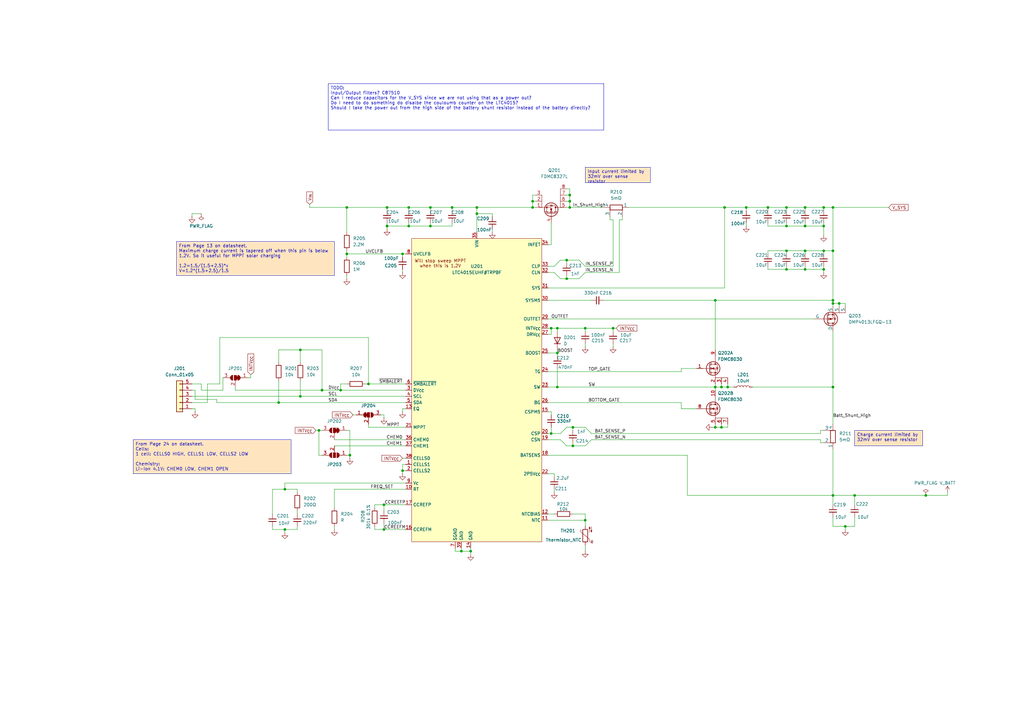
<source format=kicad_sch>
(kicad_sch (version 20250114) (generator "eeschema") (generator_version "9.0")
  (paper "A3")
  (text_box "TODO:\nInput/Output filters? C87510\nCan I reduce capacitors for the V_SYS since we are not using that as a power out?\nDo I need to do something do disalbe the couloumb counter on the LTC4015?\nShould I take the power out from the high side of the battery shunt resistor instead of the battery directly?\n" (at 134.62 34.29 0) (size 113.03 19.05) (margins 0.9525 0.9525 0.9525 0.9525) (effects (font (size 1.27 1.27)) (justify left top)))
  (text_box "From Page 13 on datasheet.\nMaximum charge current is tapered off when this pin is below 1.2V. So it useful for MPPT solar charging\n\n1.2=1.5/(1.5+2.5)*v\nV=1.2*(1.5+2.5)/1.5" (at 72.39 99.06 0) (size 64.77 13.97) (margins 0.9525 0.9525 0.9525 0.9525) (fill (type color) (color 255 229 191 1)) (effects (font (size 1.27 1.27)) (justify left top)))
  (text_box "Charge current limited by 32mV over sense resistor" (at 350.52 176.53 0) (size 27.94 6.35) (margins 0.9525 0.9525 0.9525 0.9525) (fill (type color) (color 255 229 191 1)) (effects (font (size 1.27 1.27)) (justify left top)))
  (text_box "From Page 24 on datasheet.\nCells:\n1 cell: CELLS0 HIGH, CELLS1 LOW, CELLS2 LOW\n\nChemistry:\nLi-ion 4.1V: CHEM0 LOW, CHEM1 OPEN\n" (at 54.61 180.34 0) (size 64.77 13.97) (margins 0.9525 0.9525 0.9525 0.9525) (fill (type color) (color 255 229 191 1)) (effects (font (size 1.27 1.27)) (justify left top)))
  (text_box "Input current limited by 32mV over sense resistor" (at 240.03 68.58 0) (size 26.67 6.35) (margins 0.9525 0.9525 0.9525 0.9525) (fill (type color) (color 255 229 191 1)) (effects (font (size 1.27 1.27)) (justify left top)))
  (junction (at 130.81 176.53))
  (junction (at 232.41 114.3))
  (junction (at 132.08 160.02))
  (junction (at 330.2 102.87))
  (junction (at 232.41 106.68))
  (junction (at 116.84 200.66))
  (junction (at 139.7 160.02))
  (junction (at 251.46 134.62))
  (junction (at 218.44 85.09))
  (junction (at 350.52 203.2))
  (junction (at 337.82 92.71))
  (junction (at 195.58 87.63))
  (junction (at 295.91 158.75))
  (junction (at 341.63 85.09))
  (junction (at 142.24 85.09))
  (junction (at 167.64 85.09))
  (junction (at 176.53 92.71))
  (junction (at 293.37 158.75))
  (junction (at 337.82 102.87))
  (junction (at 233.68 82.55))
  (junction (at 114.3 165.1))
  (junction (at 337.82 85.09))
  (junction (at 341.63 102.87))
  (junction (at 142.24 104.14))
  (junction (at 228.6 134.62))
  (junction (at 218.44 82.55))
  (junction (at 330.2 85.09))
  (junction (at 330.2 92.71))
  (junction (at 298.45 158.75))
  (junction (at 143.51 186.69))
  (junction (at 341.63 203.2))
  (junction (at 234.95 175.26))
  (junction (at 167.64 92.71))
  (junction (at 240.03 134.62))
  (junction (at 193.04 226.06))
  (junction (at 293.37 123.19))
  (junction (at 346.71 215.9))
  (junction (at 322.58 92.71))
  (junction (at 341.63 123.19))
  (junction (at 240.03 213.36))
  (junction (at 189.23 226.06))
  (junction (at 158.75 92.71))
  (junction (at 157.48 217.17))
  (junction (at 165.1 193.04))
  (junction (at 226.06 134.62))
  (junction (at 151.13 157.48))
  (junction (at 379.73 203.2))
  (junction (at 116.84 217.17))
  (junction (at 233.68 80.01))
  (junction (at 176.53 85.09))
  (junction (at 158.75 85.09))
  (junction (at 228.6 158.75))
  (junction (at 123.19 143.51))
  (junction (at 322.58 110.49))
  (junction (at 337.82 110.49))
  (junction (at 344.17 124.46))
  (junction (at 322.58 102.87))
  (junction (at 297.18 85.09))
  (junction (at 185.42 85.09))
  (junction (at 157.48 207.01))
  (junction (at 306.07 85.09))
  (junction (at 233.68 85.09))
  (junction (at 295.91 175.26))
  (junction (at 293.37 175.26))
  (junction (at 341.63 158.75))
  (junction (at 123.19 162.56))
  (junction (at 234.95 182.88))
  (junction (at 165.1 104.14))
  (junction (at 228.6 144.78))
  (junction (at 195.58 85.09))
  (junction (at 330.2 110.49))
  (junction (at 341.63 124.46))
  (junction (at 226.06 177.8))
  (junction (at 314.96 85.09))
  (junction (at 322.58 85.09))
  (wire (pts (xy 193.04 224.79) (xy 193.04 226.06)))
  (wire (pts (xy 350.52 215.9) (xy 346.71 215.9)))
  (wire (pts (xy 350.52 212.09) (xy 350.52 215.9)))
  (wire (pts (xy 240.03 210.82) (xy 240.03 213.36)))
  (wire (pts (xy 228.6 143.51) (xy 228.6 144.78)))
  (wire (pts (xy 228.6 144.78) (xy 228.6 146.05)))
  (wire (pts (xy 297.18 85.09) (xy 306.07 85.09)))
  (wire (pts (xy 240.03 134.62) (xy 251.46 134.62)))
  (wire (pts (xy 167.64 85.09) (xy 167.64 86.36)))
  (wire (pts (xy 293.37 143.51) (xy 293.37 123.19)))
  (wire (pts (xy 228.6 158.75) (xy 293.37 158.75)))
  (wire (pts (xy 157.48 217.17) (xy 166.37 217.17)))
  (wire (pts (xy 139.7 160.02) (xy 166.37 160.02)))
  (wire (pts (xy 82.55 160.02) (xy 82.55 157.48)))
  (wire (pts (xy 228.6 151.13) (xy 228.6 158.75)))
  (wire (pts (xy 240.03 109.22) (xy 237.49 106.68)))
  (wire (pts (xy 176.53 92.71) (xy 185.42 92.71)))
  (wire (pts (xy 88.9 165.1) (xy 88.9 163.83)))
  (wire (pts (xy 341.63 102.87) (xy 337.82 102.87)))
  (wire (pts (xy 116.84 198.12) (xy 166.37 198.12)))
  (wire (pts (xy 85.09 165.1) (xy 85.09 157.48)))
  (wire (pts (xy 295.91 173.99) (xy 295.91 175.26)))
  (wire (pts (xy 130.81 176.53) (xy 132.08 176.53)))
  (wire (pts (xy 308.61 158.75) (xy 341.63 158.75)))
  (wire (pts (xy 167.64 91.44) (xy 167.64 92.71)))
  (wire (pts (xy 234.95 182.88) (xy 240.03 182.88)))
  (wire (pts (xy 251.46 140.97) (xy 251.46 142.24)))
  (wire (pts (xy 279.4 151.13) (xy 279.4 152.4)))
  (wire (pts (xy 195.58 85.09) (xy 218.44 85.09)))
  (wire (pts (xy 142.24 157.48) (xy 139.7 157.48)))
  (wire (pts (xy 330.2 91.44) (xy 330.2 92.71)))
  (wire (pts (xy 116.84 217.17) (xy 121.92 217.17)))
  (wire (pts (xy 144.78 170.18) (xy 146.05 170.18)))
  (wire (pts (xy 157.48 217.17) (xy 153.67 217.17)))
  (wire (pts (xy 227.33 200.66) (xy 227.33 201.93)))
  (wire (pts (xy 143.51 186.69) (xy 142.24 186.69)))
  (wire (pts (xy 226.06 91.44) (xy 226.06 100.33)))
  (wire (pts (xy 142.24 104.14) (xy 165.1 104.14)))
  (wire (pts (xy 293.37 158.75) (xy 293.37 160.02)))
  (wire (pts (xy 189.23 226.06) (xy 193.04 226.06)))
  (wire (pts (xy 234.95 210.82) (xy 240.03 210.82)))
  (wire (pts (xy 232.41 106.68) (xy 237.49 106.68)))
  (wire (pts (xy 341.63 184.15) (xy 341.63 203.2)))
  (wire (pts (xy 218.44 80.01) (xy 218.44 82.55)))
  (wire (pts (xy 224.79 194.31) (xy 227.33 194.31)))
  (wire (pts (xy 102.87 154.94) (xy 102.87 153.67)))
  (wire (pts (xy 176.53 85.09) (xy 185.42 85.09)))
  (wire (pts (xy 330.2 109.22) (xy 330.2 110.49)))
  (wire (pts (xy 137.16 200.66) (xy 166.37 200.66)))
  (wire (pts (xy 232.41 175.26) (xy 234.95 175.26)))
  (wire (pts (xy 257.81 85.09) (xy 297.18 85.09)))
  (wire (pts (xy 224.79 186.69) (xy 281.94 186.69)))
  (wire (pts (xy 226.06 177.8) (xy 229.87 177.8)))
  (wire (pts (xy 111.76 210.82) (xy 111.76 200.66)))
  (wire (pts (xy 240.03 140.97) (xy 240.03 142.24)))
  (wire (pts (xy 337.82 102.87) (xy 330.2 102.87)))
  (wire (pts (xy 224.79 130.81) (xy 334.01 130.81)))
  (wire (pts (xy 142.24 85.09) (xy 142.24 95.25)))
  (wire (pts (xy 111.76 215.9) (xy 111.76 217.17)))
  (wire (pts (xy 306.07 85.09) (xy 306.07 86.36)))
  (wire (pts (xy 322.58 85.09) (xy 314.96 85.09)))
  (wire (pts (xy 123.19 156.21) (xy 123.19 162.56)))
  (wire (pts (xy 306.07 85.09) (xy 314.96 85.09)))
  (wire (pts (xy 350.52 207.01) (xy 350.52 203.2)))
  (wire (pts (xy 229.87 180.34) (xy 232.41 182.88)))
  (wire (pts (xy 254 90.17) (xy 254 111.76)))
  (wire (pts (xy 167.64 92.71) (xy 176.53 92.71)))
  (wire (pts (xy 226.06 134.62) (xy 228.6 134.62)))
  (wire (pts (xy 251.46 134.62) (xy 252.73 134.62)))
  (wire (pts (xy 344.17 124.46) (xy 341.63 124.46)))
  (wire (pts (xy 143.51 176.53) (xy 142.24 176.53)))
  (wire (pts (xy 341.63 85.09) (xy 364.49 85.09)))
  (wire (pts (xy 298.45 173.99) (xy 298.45 175.26)))
  (wire (pts (xy 295.91 157.48) (xy 295.91 158.75)))
  (wire (pts (xy 78.74 87.63) (xy 78.74 88.9)))
  (wire (pts (xy 88.9 165.1) (xy 114.3 165.1)))
  (wire (pts (xy 240.03 109.22) (xy 251.46 109.22)))
  (wire (pts (xy 298.45 158.75) (xy 300.99 158.75)))
  (wire (pts (xy 341.63 124.46) (xy 341.63 125.73)))
  (wire (pts (xy 224.79 177.8) (xy 226.06 177.8)))
  (wire (pts (xy 337.82 86.36) (xy 337.82 85.09)))
  (wire (pts (xy 137.16 180.34) (xy 166.37 180.34)))
  (wire (pts (xy 218.44 82.55) (xy 218.44 85.09)))
  (wire (pts (xy 201.93 93.98) (xy 201.93 95.25)))
  (wire (pts (xy 165.1 187.96) (xy 166.37 187.96)))
  (wire (pts (xy 254 90.17) (xy 255.27 90.17)))
  (wire (pts (xy 167.64 85.09) (xy 176.53 85.09)))
  (wire (pts (xy 344.17 124.46) (xy 346.71 124.46)))
  (wire (pts (xy 346.71 215.9) (xy 341.63 215.9)))
  (wire (pts (xy 232.41 82.55) (xy 233.68 82.55)))
  (wire (pts (xy 224.79 213.36) (xy 240.03 213.36)))
  (wire (pts (xy 240.03 182.88) (xy 242.57 180.34)))
  (wire (pts (xy 132.08 160.02) (xy 139.7 160.02)))
  (wire (pts (xy 341.63 123.19) (xy 341.63 124.46)))
  (wire (pts (xy 88.9 163.83) (xy 80.01 163.83)))
  (wire (pts (xy 242.57 177.8) (xy 336.55 177.8)))
  (wire (pts (xy 157.48 207.01) (xy 157.48 209.55)))
  (wire (pts (xy 233.68 77.47) (xy 233.68 80.01)))
  (wire (pts (xy 224.79 109.22) (xy 227.33 109.22)))
  (wire (pts (xy 165.1 105.41) (xy 165.1 104.14)))
  (wire (pts (xy 227.33 109.22) (xy 229.87 106.68)))
  (wire (pts (xy 193.04 226.06) (xy 193.04 227.33)))
  (wire (pts (xy 293.37 173.99) (xy 293.37 175.26)))
  (wire (pts (xy 232.41 77.47) (xy 233.68 77.47)))
  (wire (pts (xy 295.91 175.26) (xy 298.45 175.26)))
  (wire (pts (xy 226.06 168.91) (xy 226.06 170.18)))
  (wire (pts (xy 80.01 167.64) (xy 80.01 168.91)))
  (wire (pts (xy 330.2 85.09) (xy 322.58 85.09)))
  (wire (pts (xy 336.55 177.8) (xy 336.55 176.53)))
  (wire (pts (xy 232.41 85.09) (xy 233.68 85.09)))
  (wire (pts (xy 186.69 224.79) (xy 186.69 226.06)))
  (wire (pts (xy 232.41 182.88) (xy 234.95 182.88)))
  (wire (pts (xy 78.74 87.63) (xy 82.55 87.63)))
  (wire (pts (xy 295.91 158.75) (xy 298.45 158.75)))
  (wire (pts (xy 142.24 104.14) (xy 142.24 105.41)))
  (wire (pts (xy 116.84 200.66) (xy 121.92 200.66)))
  (wire (pts (xy 314.96 91.44) (xy 314.96 92.71)))
  (wire (pts (xy 341.63 207.01) (xy 341.63 203.2)))
  (wire (pts (xy 224.79 100.33) (xy 226.06 100.33)))
  (wire (pts (xy 129.54 176.53) (xy 130.81 176.53)))
  (wire (pts (xy 142.24 85.09) (xy 158.75 85.09)))
  (wire (pts (xy 293.37 175.26) (xy 295.91 175.26)))
  (wire (pts (xy 330.2 85.09) (xy 330.2 86.36)))
  (wire (pts (xy 314.96 102.87) (xy 314.96 104.14)))
  (wire (pts (xy 255.27 90.17) (xy 255.27 88.9)))
  (wire (pts (xy 346.71 215.9) (xy 346.71 217.17)))
  (wire (pts (xy 350.52 203.2) (xy 341.63 203.2)))
  (wire (pts (xy 143.51 186.69) (xy 143.51 187.96)))
  (wire (pts (xy 237.49 114.3) (xy 240.03 111.76)))
  (wire (pts (xy 101.6 154.94) (xy 102.87 154.94)))
  (wire (pts (xy 224.79 137.16) (xy 226.06 137.16)))
  (wire (pts (xy 132.08 143.51) (xy 132.08 160.02)))
  (wire (pts (xy 224.79 210.82) (xy 227.33 210.82)))
  (wire (pts (xy 189.23 224.79) (xy 189.23 226.06)))
  (wire (pts (xy 322.58 102.87) (xy 314.96 102.87)))
  (wire (pts (xy 247.65 123.19) (xy 293.37 123.19)))
  (wire (pts (xy 281.94 186.69) (xy 281.94 203.2)))
  (wire (pts (xy 78.74 165.1) (xy 85.09 165.1)))
  (wire (pts (xy 151.13 175.26) (xy 151.13 173.99)))
  (wire (pts (xy 251.46 135.89) (xy 251.46 134.62)))
  (wire (pts (xy 224.79 123.19) (xy 242.57 123.19)))
  (wire (pts (xy 116.84 217.17) (xy 116.84 218.44)))
  (wire (pts (xy 96.52 158.75) (xy 96.52 160.02)))
  (wire (pts (xy 233.68 85.09) (xy 247.65 85.09)))
  (wire (pts (xy 298.45 157.48) (xy 298.45 158.75)))
  (wire (pts (xy 186.69 226.06) (xy 189.23 226.06)))
  (wire (pts (xy 379.73 203.2) (xy 388.62 203.2)))
  (wire (pts (xy 292.1 175.26) (xy 293.37 175.26)))
  (wire (pts (xy 157.48 207.01) (xy 153.67 207.01)))
  (wire (pts (xy 336.55 180.34) (xy 336.55 181.61)))
  (wire (pts (xy 227.33 194.31) (xy 227.33 195.58)))
  (wire (pts (xy 314.96 92.71) (xy 322.58 92.71)))
  (wire (pts (xy 153.67 207.01) (xy 153.67 208.28)))
  (wire (pts (xy 90.17 138.43) (xy 151.13 138.43)))
  (wire (pts (xy 250.19 90.17) (xy 250.19 88.9)))
  (wire (pts (xy 111.76 217.17) (xy 116.84 217.17)))
  (wire (pts (xy 224.79 165.1) (xy 279.4 165.1)))
  (wire (pts (xy 240.03 223.52) (xy 240.03 226.06)))
  (wire (pts (xy 341.63 158.75) (xy 341.63 173.99)))
  (wire (pts (xy 166.37 167.64) (xy 165.1 167.64)))
  (wire (pts (xy 229.87 177.8) (xy 232.41 175.26)))
  (wire (pts (xy 346.71 125.73) (xy 346.71 124.46)))
  (wire (pts (xy 341.63 212.09) (xy 341.63 215.9)))
  (wire (pts (xy 127 85.09) (xy 142.24 85.09)))
  (wire (pts (xy 158.75 91.44) (xy 158.75 92.71)))
  (wire (pts (xy 254 111.76) (xy 240.03 111.76)))
  (wire (pts (xy 224.79 168.91) (xy 226.06 168.91)))
  (wire (pts (xy 281.94 203.2) (xy 341.63 203.2)))
  (wire (pts (xy 80.01 160.02) (xy 78.74 160.02)))
  (wire (pts (xy 228.6 144.78) (xy 224.79 144.78)))
  (wire (pts (xy 234.95 181.61) (xy 234.95 182.88)))
  (wire (pts (xy 229.87 106.68) (xy 232.41 106.68)))
  (wire (pts (xy 337.82 91.44) (xy 337.82 92.71)))
  (wire (pts (xy 123.19 143.51) (xy 132.08 143.51)))
  (wire (pts (xy 121.92 215.9) (xy 121.92 217.17)))
  (wire (pts (xy 139.7 157.48) (xy 139.7 160.02)))
  (wire (pts (xy 314.96 109.22) (xy 314.96 110.49)))
  (wire (pts (xy 234.95 175.26) (xy 234.95 176.53)))
  (wire (pts (xy 157.48 214.63) (xy 157.48 217.17)))
  (wire (pts (xy 166.37 175.26) (xy 151.13 175.26)))
  (wire (pts (xy 224.79 180.34) (xy 229.87 180.34)))
  (wire (pts (xy 330.2 110.49) (xy 337.82 110.49)))
  (wire (pts (xy 157.48 207.01) (xy 166.37 207.01)))
  (wire (pts (xy 219.71 80.01) (xy 218.44 80.01)))
  (wire (pts (xy 388.62 203.2) (xy 388.62 201.93)))
  (wire (pts (xy 142.24 113.03) (xy 142.24 114.3)))
  (wire (pts (xy 165.1 190.5) (xy 165.1 193.04)))
  (wire (pts (xy 137.16 182.88) (xy 166.37 182.88)))
  (wire (pts (xy 195.58 85.09) (xy 195.58 87.63)))
  (wire (pts (xy 165.1 167.64) (xy 165.1 168.91)))
  (wire (pts (xy 176.53 85.09) (xy 176.53 86.36)))
  (wire (pts (xy 224.79 134.62) (xy 226.06 134.62)))
  (wire (pts (xy 293.37 157.48) (xy 293.37 158.75)))
  (wire (pts (xy 314.96 110.49) (xy 322.58 110.49)))
  (wire (pts (xy 158.75 92.71) (xy 167.64 92.71)))
  (wire (pts (xy 123.19 162.56) (xy 166.37 162.56)))
  (wire (pts (xy 341.63 85.09) (xy 341.63 102.87)))
  (wire (pts (xy 341.63 102.87) (xy 341.63 123.19)))
  (wire (pts (xy 149.86 157.48) (xy 151.13 157.48)))
  (wire (pts (xy 330.2 92.71) (xy 337.82 92.71)))
  (wire (pts (xy 78.74 162.56) (xy 123.19 162.56)))
  (wire (pts (xy 114.3 143.51) (xy 123.19 143.51)))
  (wire (pts (xy 114.3 156.21) (xy 114.3 165.1)))
  (wire (pts (xy 137.16 200.66) (xy 137.16 208.28)))
  (wire (pts (xy 157.48 170.18) (xy 157.48 171.45)))
  (wire (pts (xy 158.75 86.36) (xy 158.75 85.09)))
  (wire (pts (xy 226.06 137.16) (xy 226.06 134.62)))
  (wire (pts (xy 121.92 209.55) (xy 121.92 210.82)))
  (wire (pts (xy 322.58 91.44) (xy 322.58 92.71)))
  (wire (pts (xy 82.55 157.48) (xy 78.74 157.48)))
  (wire (pts (xy 165.1 110.49) (xy 165.1 111.76)))
  (wire (pts (xy 233.68 80.01) (xy 233.68 82.55)))
  (wire (pts (xy 336.55 176.53) (xy 337.82 176.53)))
  (wire (pts (xy 330.2 102.87) (xy 330.2 104.14)))
  (wire (pts (xy 185.42 85.09) (xy 185.42 86.36)))
  (wire (pts (xy 123.19 143.51) (xy 123.19 148.59)))
  (wire (pts (xy 201.93 87.63) (xy 195.58 87.63)))
  (wire (pts (xy 337.82 109.22) (xy 337.82 110.49)))
  (wire (pts (xy 314.96 85.09) (xy 314.96 86.36)))
  (wire (pts (xy 233.68 82.55) (xy 233.68 85.09)))
  (wire (pts (xy 232.41 106.68) (xy 232.41 107.95)))
  (wire (pts (xy 153.67 217.17) (xy 153.67 215.9)))
  (wire (pts (xy 337.82 85.09) (xy 341.63 85.09)))
  (wire (pts (xy 218.44 82.55) (xy 219.71 82.55)))
  (wire (pts (xy 322.58 85.09) (xy 322.58 86.36)))
  (wire (pts (xy 234.95 175.26) (xy 240.03 175.26)))
  (wire (pts (xy 251.46 90.17) (xy 251.46 109.22)))
  (wire (pts (xy 151.13 138.43) (xy 151.13 157.48)))
  (wire (pts (xy 322.58 110.49) (xy 330.2 110.49)))
  (wire (pts (xy 224.79 118.11) (xy 297.18 118.11)))
  (wire (pts (xy 337.82 104.14) (xy 337.82 102.87)))
  (wire (pts (xy 242.57 180.34) (xy 336.55 180.34)))
  (wire (pts (xy 232.41 113.03) (xy 232.41 114.3)))
  (wire (pts (xy 228.6 134.62) (xy 228.6 135.89)))
  (wire (pts (xy 229.87 114.3) (xy 227.33 111.76)))
  (wire (pts (xy 322.58 102.87) (xy 322.58 104.14)))
  (wire (pts (xy 224.79 158.75) (xy 228.6 158.75)))
  (wire (pts (xy 293.37 158.75) (xy 295.91 158.75)))
  (wire (pts (xy 82.55 160.02) (xy 91.44 160.02)))
  (wire (pts (xy 237.49 114.3) (xy 232.41 114.3)))
  (wire (pts (xy 337.82 92.71) (xy 337.82 96.52)))
  (wire (pts (xy 78.74 167.64) (xy 80.01 167.64)))
  (wire (pts (xy 91.44 154.94) (xy 91.44 160.02)))
  (wire (pts (xy 279.4 165.1) (xy 279.4 167.64)))
  (wire (pts (xy 228.6 134.62) (xy 240.03 134.62)))
  (wire (pts (xy 185.42 91.44) (xy 185.42 92.71)))
  (wire (pts (xy 330.2 102.87) (xy 322.58 102.87)))
  (wire (pts (xy 195.58 87.63) (xy 195.58 95.25)))
  (wire (pts (xy 96.52 160.02) (xy 132.08 160.02)))
  (wire (pts (xy 116.84 198.12) (xy 116.84 200.66)))
  (wire (pts (xy 142.24 102.87) (xy 142.24 104.14)))
  (wire (pts (xy 293.37 123.19) (xy 341.63 123.19)))
  (wire (pts (xy 232.41 80.01) (xy 233.68 80.01)))
  (wire (pts (xy 111.76 200.66) (xy 116.84 200.66)))
  (wire (pts (xy 158.75 92.71) (xy 158.75 93.98)))
  (wire (pts (xy 251.46 90.17) (xy 250.19 90.17)))
  (wire (pts (xy 240.03 134.62) (xy 240.03 135.89)))
  (wire (pts (xy 114.3 143.51) (xy 114.3 148.59)))
  (wire (pts (xy 185.42 85.09) (xy 195.58 85.09)))
  (wire (pts (xy 143.51 176.53) (xy 143.51 186.69)))
  (wire (pts (xy 158.75 85.09) (xy 167.64 85.09)))
  (wire (pts (xy 336.55 181.61) (xy 337.82 181.61)))
  (wire (pts (xy 226.06 175.26) (xy 226.06 177.8)))
  (wire (pts (xy 156.21 170.18) (xy 157.48 170.18)))
  (wire (pts (xy 114.3 165.1) (xy 166.37 165.1)))
  (wire (pts (xy 201.93 87.63) (xy 201.93 88.9)))
  (wire (pts (xy 127 83.82) (xy 127 85.09)))
  (wire (pts (xy 85.09 157.48) (xy 90.17 157.48)))
  (wire (pts (xy 240.03 215.9) (xy 240.03 213.36)))
  (wire (pts (xy 322.58 92.71) (xy 330.2 92.71)))
  (wire (pts (xy 344.17 125.73) (xy 344.17 124.46)))
  (wire (pts (xy 337.82 85.09) (xy 330.2 85.09)))
  (wire (pts (xy 137.16 215.9) (xy 137.16 217.17)))
  (wire (pts (xy 121.92 200.66) (xy 121.92 201.93)))
  (wire (pts (xy 165.1 193.04) (xy 166.37 193.04)))
  (wire (pts (xy 306.07 91.44) (xy 306.07 92.71)))
  (wire (pts (xy 297.18 85.09) (xy 297.18 118.11)))
  (wire (pts (xy 279.4 151.13) (xy 285.75 151.13)))
  (wire (pts (xy 337.82 110.49) (xy 337.82 111.76)))
  (wire (pts (xy 176.53 91.44) (xy 176.53 92.71)))
  (wire (pts (xy 165.1 104.14) (xy 166.37 104.14)))
  (wire (pts (xy 165.1 193.04) (xy 165.1 194.31)))
  (wire (pts (xy 322.58 109.22) (xy 322.58 110.49)))
  (wire (pts (xy 218.44 85.09) (xy 219.71 85.09)))
  (wire (pts (xy 80.01 163.83) (xy 80.01 160.02)))
  (wire (pts (xy 224.79 152.4) (xy 279.4 152.4)))
  (wire (pts (xy 90.17 157.48) (xy 90.17 138.43)))
  (wire (pts (xy 151.13 157.48) (xy 166.37 157.48)))
  (wire (pts (xy 130.81 176.53) (xy 130.81 186.69)))
  (wire (pts (xy 379.73 203.2) (xy 350.52 203.2)))
  (wire (pts (xy 232.41 114.3) (xy 229.87 114.3)))
  (wire (pts (xy 279.4 167.64) (xy 285.75 167.64)))
  (wire (pts (xy 242.57 177.8) (xy 240.03 175.26)))
  (wire (pts (xy 341.63 135.89) (xy 341.63 158.75)))
  (wire (pts (xy 165.1 190.5) (xy 166.37 190.5)))
  (wire (pts (xy 224.79 111.76) (xy 227.33 111.76)))
  (wire (pts (xy 132.08 186.69) (xy 130.81 186.69)))
  (label "CHEM0" (at 165.1 180.34 180))
  (label "BAT_SENSE_N" (at 243.84 180.34 0))
  (label "CCREEFP" (at 166.37 207.01 180))
  (label "UVCLFB" (at 149.86 104.14 0))
  (label "DV_{CC}" (at 134.62 160.02 0))
  (label "BOTTOM_GATE" (at 241.3 165.1 0))
  (label "BAT_SENSE_P" (at 243.84 177.8 0))
  (label "OUTFET" (at 226.06 130.81 0))
  (label "~{SMBALERT}" (at 165.1 157.48 180))
  (label "SDA" (at 134.62 165.1 0))
  (label "FREQ_SET" (at 161.29 200.66 180))
  (label "MPPT" (at 163.83 175.26 180))
  (label "CCREEFM" (at 166.37 217.17 180))
  (label "Batt_Shunt_High" (at 341.63 171.45 0))
  (label "CHEM1" (at 165.1 182.88 180))
  (label "BOOST" (at 228.6 144.78 0))
  (label "IN_SENSE_N" (at 240.03 111.76 0))
  (label "SW" (at 241.3 158.75 0))
  (label "IN_SENSE_P" (at 240.03 109.22 0))
  (label "TOP_GATE" (at 241.3 152.4 0))
  (label "SCL" (at 134.62 162.56 0))
  (label "In_Shunt_High" (at 234.95 85.09 0))
  (global_label "INTV_{CC}" (shape input) (at 252.73 134.62 0) (property "Intersheetrefs" "${INTERSHEET_REFS}" (effects (hide yes))))
  (global_label "V_{IN}" (shape input) (at 127 83.82 90) (property "Intersheetrefs" "${INTERSHEET_REFS}" (effects (hide yes))))
  (global_label "INTV_{CC}" (shape input) (at 129.54 176.53 180) (property "Intersheetrefs" "${INTERSHEET_REFS}" (effects (hide yes))))
  (global_label "V_SYS" (shape input) (at 364.49 85.09 0) (property "Intersheetrefs" "${INTERSHEET_REFS}" (effects (hide yes))))
  (global_label "INTV_{CC}" (shape input) (at 144.78 170.18 180) (property "Intersheetrefs" "${INTERSHEET_REFS}" (effects (hide yes))))
  (global_label "INTV_{CC}" (shape input) (at 102.87 153.67 90) (property "Intersheetrefs" "${INTERSHEET_REFS}" (effects (hide yes))))
  (global_label "INTV_{CC}" (shape input) (at 165.1 187.96 180) (property "Intersheetrefs" "${INTERSHEET_REFS}" (effects (hide yes))))
  (symbol (lib_id "Device:R") (at 121.92 205.74 180) (unit 1)
    (property "Reference" "R202" (at 124.46 204.4699 0) (effects (justify right)))
    (property "Value" "200Ω" (at 124.46 207.0099 0) (effects (justify right)))
    (property "Footprint" "Resistor_SMD:R_0603_1608Metric" (effects (hide yes)))
    (property "Description" "Resistor" (effects (hide yes)))
    (property "LCSC Part" "C8218" (effects (hide yes)))
  )
  (symbol (lib_id "power:GND") (at 143.51 187.96 0) (unit 1)
    (property "Reference" "#PWR01506" (effects (hide yes)))
    (property "Value" "GND" (effects (hide yes)))
    (property "Description" "Power symbol creates a global label with name \"GND\" , ground" (effects (hide yes)))
  )
  (symbol (lib_id "power:GND") (at 158.75 93.98 0) (unit 1)
    (property "Reference" "#PWR01508" (effects (hide yes)))
    (property "Value" "GND" (effects (hide yes)))
    (property "Description" "Power symbol creates a global label with name \"GND\" , ground" (effects (hide yes)))
  )
  (symbol (lib_id "Jumper:SolderJumper_3_Bridged12") (at 96.52 154.94 0) (mirror y) (unit 1) (in_bom no)
    (property "Reference" "JP201" (at 96.52 151.13 0))
    (property "Value" "SolderJumper_3_Bridged12" (effects (hide yes)))
    (property "Footprint" "cacophony-library:SolderJumper-3_P1.3mm_Bridged12_RoundedPad1.0x1.5mm" (effects (hide yes)))
    (property "Description" "3-pole Solder Jumper, pins 1+2 closed/bridged" (effects (hide yes)))
  )
  (symbol (lib_id "Device:C_Small") (at 232.41 110.49 0) (unit 1)
    (property "Reference" "C213" (at 235.966 108.966 0))
    (property "Value" "1nF" (at 235.966 112.268 0))
    (property "Footprint" "Capacitor_SMD:C_0402_1005Metric" (effects (hide yes)))
    (property "Description" "Unpolarized capacitor, small symbol" (effects (hide yes)))
    (property "LCSC Part" "C1523" (effects (hide yes)))
  )
  (symbol (lib_id "Jumper:SolderJumper_3_Bridged12") (at 151.13 170.18 0) (unit 1) (in_bom no)
    (property "Reference" "JP204" (at 151.13 166.37 0))
    (property "Value" "SolderJumper_3_Bridged12" (effects (hide yes)))
    (property "Footprint" "cacophony-library:SolderJumper-3_P1.3mm_Bridged12_RoundedPad1.0x1.5mm" (effects (hide yes)))
    (property "Description" "3-pole Solder Jumper, pins 1+2 closed/bridged" (effects (hide yes)))
  )
  (symbol (lib_id "Device:R") (at 153.67 212.09 180) (unit 1)
    (property "Reference" "R208" (at 148.844 214.376 90) (effects (justify right)))
    (property "Value" "301k 0.1%" (at 151.13 217.17 90) (effects (justify right)))
    (property "Footprint" "Resistor_SMD:R_0603_1608Metric" (effects (hide yes)))
    (property "Description" "Resistor" (effects (hide yes)))
    (property "LCSC Part" "C861309" (effects (hide yes)))
  )
  (symbol (lib_id "power:GND") (at 337.82 96.52 0) (unit 1)
    (property "Reference" "#PWR01521" (effects (hide yes)))
    (property "Value" "GND" (effects (hide yes)))
    (property "Description" "Power symbol creates a global label with name \"GND\" , ground" (effects (hide yes)))
  )
  (symbol (lib_id "Device:C_Small") (at 234.95 179.07 180) (unit 1)
    (property "Reference" "C214" (at 238.76 180.848 0))
    (property "Value" "1nF" (at 238.506 177.038 0))
    (property "Footprint" "Capacitor_SMD:C_0402_1005Metric" (effects (hide yes)))
    (property "Description" "Unpolarized capacitor, small symbol" (effects (hide yes)))
    (property "LCSC Part" "C1523" (effects (hide yes)))
  )
  (symbol (lib_id "cacophony-library:V_BATT") (at 388.62 201.93 0) (unit 1)
    (property "Reference" "#PWR01524" (effects (hide yes)))
    (property "Value" "V_BATT" (at 388.62 198.12 0))
    (property "Description" "Power symbol creates a global label with name \"+1V0\"" (effects (hide yes)))
  )
  (symbol (lib_id "power:GND") (at 78.74 88.9 0) (unit 1)
    (property "Reference" "#PWR01503" (effects (hide yes)))
    (property "Value" "GND" (effects (hide yes)))
    (property "Description" "Power symbol creates a global label with name \"GND\" , ground" (effects (hide yes)))
  )
  (symbol (lib_id "power:GND") (at 157.48 171.45 0) (unit 1)
    (property "Reference" "#PWR01507" (effects (hide yes)))
    (property "Value" "GND" (effects (hide yes)))
    (property "Description" "Power symbol creates a global label with name \"GND\" , ground" (effects (hide yes)))
  )
  (symbol (lib_id "power:GND") (at 137.16 217.17 0) (unit 1)
    (property "Reference" "#PWR01504" (effects (hide yes)))
    (property "Value" "GND" (effects (hide yes)))
    (property "Description" "Power symbol creates a global label with name \"GND\" , ground" (effects (hide yes)))
  )
  (symbol (lib_id "Device:R_Shunt") (at 252.73 85.09 270) (unit 1)
    (property "Reference" "R210" (at 252.73 78.74 90))
    (property "Value" "5mΩ" (at 252.73 81.28 90))
    (property "Footprint" "cacophony-library:R_1206_Shunt" (effects (hide yes)))
    (property "Description" "Shunt resistor" (effects (hide yes)))
    (property "LCSC Part" "C2903498" (effects (hide yes)))
  )
  (symbol (lib_id "Device:C_Small") (at 167.64 88.9 180) (unit 1)
    (property "Reference" "C206" (at 169.926 87.122 0))
    (property "Value" "10uF" (at 170.434 90.678 0))
    (property "Footprint" "Capacitor_SMD:C_1206_3216Metric" (effects (hide yes)))
    (property "Description" "Unpolarized capacitor, small symbol" (effects (hide yes)))
    (property "LCSC Part" "C13585" (effects (hide yes)))
  )
  (symbol (lib_id "Device:Thermistor_NTC") (at 240.03 219.71 180) (unit 1)
    (property "Reference" "TH201" (at 229.87 217.678 0) (effects (justify right)))
    (property "Value" "Thermistor_NTC" (at 223.774 221.488 0) (effects (justify right)))
    (property "Footprint" "cacophony-library:0603_NTC_CUTOUT" (effects (hide yes)))
    (property "Description" "Temperature dependent resistor, negative temperature coefficient" (effects (hide yes)))
    (property "LCSC Part" "C13564" (effects (hide yes)))
  )
  (symbol (lib_id "power:GND") (at 292.1 175.26 270) (unit 1)
    (property "Reference" "#PWR01518" (effects (hide yes)))
    (property "Value" "GND" (effects (hide yes)))
    (property "Description" "Power symbol creates a global label with name \"GND\" , ground" (effects (hide yes)))
  )
  (symbol (lib_id "Device:C_Small") (at 245.11 123.19 90) (unit 1)
    (property "Reference" "C216" (at 248.412 120.142 90))
    (property "Value" "330nF" (at 242.57 120.142 90))
    (property "Footprint" "Capacitor_SMD:C_0603_1608Metric" (effects (hide yes)))
    (property "Description" "Unpolarized capacitor, small symbol" (effects (hide yes)))
    (property "LCSC Part" "C1615" (effects (hide yes)))
  )
  (symbol (lib_id "Device:C_Small") (at 165.1 107.95 180) (unit 1)
    (property "Reference" "C205" (at 160.274 108.966 0))
    (property "Value" "100pF" (at 160.528 105.918 0))
    (property "Footprint" "Capacitor_SMD:C_0603_1608Metric" (effects (hide yes)))
    (property "Description" "Unpolarized capacitor, small symbol" (effects (hide yes)))
    (property "LCSC Part" "C14858" (effects (hide yes)))
  )
  (symbol (lib_id "Device:C_Small") (at 322.58 88.9 180) (unit 1)
    (property "Reference" "C223" (at 320.04 86.868 0))
    (property "Value" "10uF" (at 320.04 90.932 0))
    (property "Footprint" "Capacitor_SMD:C_1206_3216Metric" (effects (hide yes)))
    (property "Description" "Unpolarized capacitor, small symbol" (effects (hide yes)))
    (property "LCSC Part" "C13585" (effects (hide yes)))
  )
  (symbol (lib_id "power:GND") (at 80.01 168.91 0) (unit 1)
    (property "Reference" "#PWR01501" (effects (hide yes)))
    (property "Value" "GND" (effects (hide yes)))
    (property "Description" "Power symbol creates a global label with name \"GND\" , ground" (effects (hide yes)))
  )
  (symbol (lib_id "Device:C_Small") (at 322.58 106.68 180) (unit 1)
    (property "Reference" "C224" (at 320.04 104.648 0))
    (property "Value" "10uF" (at 320.04 108.712 0))
    (property "Footprint" "Capacitor_SMD:C_1206_3216Metric" (effects (hide yes)))
    (property "Description" "Unpolarized capacitor, small symbol" (effects (hide yes)))
    (property "LCSC Part" "C13585" (effects (hide yes)))
  )
  (symbol (lib_id "power:PWR_FLAG") (at 379.73 203.2 0) (unit 1)
    (property "Reference" "#FLG01502" (effects (hide yes)))
    (property "Value" "PWR_FLAG" (at 379.73 198.12 0))
    (property "Description" "Special symbol for telling ERC where power comes from" (effects (hide yes)))
  )
  (symbol (lib_id "cacophony-library:FDMC8030") (at 293.37 151.13 0) (unit 1)
    (property "Reference" "Q202" (at 294.386 144.78 0) (effects (justify left)))
    (property "Value" "FDMC8030" (at 294.386 147.32 0) (effects (justify left)))
    (property "Footprint" "cacophony-library:POWER33-8_L3.0-W3.0-P0.65-BL-EP_FDMC8030" (effects (hide yes)))
    (property "LCSC Part" "C890952" (effects (hide yes)))
  )
  (symbol (lib_id "power:GND") (at 165.1 168.91 0) (unit 1)
    (property "Reference" "#PWR01510" (effects (hide yes)))
    (property "Value" "GND" (effects (hide yes)))
    (property "Description" "Power symbol creates a global label with name \"GND\" , ground" (effects (hide yes)))
  )
  (symbol (lib_id "Device:C_Small") (at 201.93 91.44 180) (unit 1)
    (property "Reference" "C209" (at 198.12 89.662 0))
    (property "Value" "100nF" (at 198.628 94.234 0))
    (property "Footprint" "Capacitor_SMD:C_0402_1005Metric" (effects (hide yes)))
    (property "Description" "Unpolarized capacitor, small symbol" (effects (hide yes)))
    (property "LCSC Part" "C307331" (effects (hide yes)))
  )
  (symbol (lib_id "Device:R") (at 146.05 157.48 90) (unit 1)
    (property "Reference" "R207" (at 146.05 151.13 90))
    (property "Value" "10k" (at 146.05 153.67 90))
    (property "Footprint" "Resistor_SMD:R_0603_1608Metric" (effects (hide yes)))
    (property "Description" "Resistor" (effects (hide yes)))
    (property "LCSC Part" "C25804" (effects (hide yes)))
  )
  (symbol (lib_id "Device:C_Small") (at 240.03 138.43 180) (unit 1)
    (property "Reference" "C215" (at 245.11 139.7 0))
    (property "Value" "100nF" (at 245.364 137.414 0))
    (property "Footprint" "Capacitor_SMD:C_0402_1005Metric" (effects (hide yes)))
    (property "Description" "Unpolarized capacitor, small symbol" (effects (hide yes)))
    (property "LCSC Part" "C307331" (effects (hide yes)))
  )
  (symbol (lib_id "cacophony-library:LTC4015EUHF#TRPBF") (at 195.58 140.97 0) (unit 1)
    (property "Reference" "U201" (at 195.58 109.22 0))
    (property "Value" "LTC4015EUHF#TRPBF" (at 195.58 111.76 0))
    (property "Footprint" "Package_DFN_QFN:WQFN-38-1EP_5x7mm_P0.5mm_EP2.7x4.7mm" (effects (hide yes)))
    (property "Datasheet" "https://lcsc.com/product-detail/Pre-ordered-Products_Analog-Devices_LTC4015EUHF-TRPBF_Analog-Devices-ADI-LINEAR-LTC4015EUHF-TRPBF_C687159.html" (effects (hide yes)))
    (property "LCSC Part" "C687159" (effects (hide yes)))
  )
  (symbol (lib_id "Device:R") (at 137.16 212.09 180) (unit 1)
    (property "Reference" "R204" (at 139.7 210.8199 0) (effects (justify right)))
    (property "Value" "R" (at 139.7 213.3599 0) (effects (justify right)))
    (property "Footprint" "Resistor_SMD:R_0402_1005Metric" (effects (hide yes)))
    (property "Description" "Resistor" (effects (hide yes)))
  )
  (symbol (lib_name "FDMC8030_1") (lib_id "cacophony-library:FDMC8030") (at 293.37 167.64 0) (unit 2)
    (property "Reference" "Q202" (at 294.386 161.29 0) (effects (justify left)))
    (property "Value" "FDMC8030" (at 294.386 163.83 0) (effects (justify left)))
    (property "Footprint" "cacophony-library:POWER33-8_L3.0-W3.0-P0.65-BL-EP_FDMC8030" (effects (hide yes)))
    (property "LCSC Part" "C890952" (effects (hide yes)))
  )
  (symbol (lib_id "Device:C_Small") (at 157.48 212.09 0) (unit 1)
    (property "Reference" "C203" (at 161.29 210.058 0))
    (property "Value" "100nF" (at 162.052 214.376 0))
    (property "Footprint" "Capacitor_SMD:C_0402_1005Metric" (effects (hide yes)))
    (property "Description" "Unpolarized capacitor, small symbol" (effects (hide yes)))
    (property "LCSC Part" "C307331" (effects (hide yes)))
  )
  (symbol (lib_id "power:GND") (at 193.04 227.33 0) (unit 1)
    (property "Reference" "#PWR01512" (effects (hide yes)))
    (property "Value" "GND" (effects (hide yes)))
    (property "Description" "Power symbol creates a global label with name \"GND\" , ground" (effects (hide yes)))
  )
  (symbol (lib_id "Device:L") (at 304.8 158.75 90) (unit 1)
    (property "Reference" "L201" (at 304.8 153.67 90))
    (property "Value" "10uH" (at 304.8 156.21 90))
    (property "Footprint" "cacophony-library:IND-SMD_L11.3-W10.0_XAL1010-332ME" (effects (hide yes)))
    (property "Description" "Inductor" (effects (hide yes)))
    (property "LCSC Part" "C6358489" (effects (hide yes)))
  )
  (symbol (lib_id "Device:C_Small") (at 306.07 88.9 180) (unit 1)
    (property "Reference" "C218" (at 302.26 87.122 0))
    (property "Value" "100nF" (at 302.768 91.694 0))
    (property "Footprint" "Capacitor_SMD:C_0402_1005Metric" (effects (hide yes)))
    (property "Description" "Unpolarized capacitor, small symbol" (effects (hide yes)))
    (property "LCSC Part" "C307331" (effects (hide yes)))
  )
  (symbol (lib_id "Device:R") (at 142.24 99.06 180) (unit 1)
    (property "Reference" "R205" (at 144.78 97.7899 0) (effects (justify right)))
    (property "Value" "2.2M" (at 144.78 100.3299 0) (effects (justify right)))
    (property "Footprint" "Resistor_SMD:R_0603_1608Metric" (effects (hide yes)))
    (property "Description" "Resistor" (effects (hide yes)))
    (property "LCSC Part" "C18679" (effects (hide yes)))
  )
  (symbol (lib_id "Device:C_Small") (at 158.75 88.9 180) (unit 1)
    (property "Reference" "C204" (at 161.036 87.122 0))
    (property "Value" "10uF" (at 161.544 90.678 0))
    (property "Footprint" "Capacitor_SMD:C_1206_3216Metric" (effects (hide yes)))
    (property "Description" "Unpolarized capacitor, small symbol" (effects (hide yes)))
    (property "LCSC Part" "C13585" (effects (hide yes)))
  )
  (symbol (lib_id "Device:C_Small") (at 226.06 172.72 0) (unit 1)
    (property "Reference" "C210" (at 230.886 170.688 0))
    (property "Value" "330nF" (at 231.394 172.72 0))
    (property "Footprint" "Capacitor_SMD:C_0603_1608Metric" (effects (hide yes)))
    (property "Description" "Unpolarized capacitor, small symbol" (effects (hide yes)))
    (property "LCSC Part" "C1615" (effects (hide yes)))
  )
  (symbol (lib_id "power:GND") (at 306.07 92.71 0) (unit 1)
    (property "Reference" "#PWR01519" (effects (hide yes)))
    (property "Value" "GND" (effects (hide yes)))
    (property "Description" "Power symbol creates a global label with name \"GND\" , ground" (effects (hide yes)))
  )
  (symbol (lib_id "power:GND") (at 240.03 142.24 0) (unit 1)
    (property "Reference" "#PWR01515" (effects (hide yes)))
    (property "Value" "GND" (effects (hide yes)))
    (property "Description" "Power symbol creates a global label with name \"GND\" , ground" (effects (hide yes)))
  )
  (symbol (lib_id "Jumper:SolderJumper_3_Bridged12") (at 137.16 176.53 0) (mirror y) (unit 1) (in_bom no)
    (property "Reference" "JP202" (at 137.16 172.72 0))
    (property "Value" "SolderJumper_3_Bridged12" (effects (hide yes)))
    (property "Footprint" "cacophony-library:SolderJumper-3_P1.3mm_Bridged12_RoundedPad1.0x1.5mm" (effects (hide yes)))
    (property "Description" "3-pole Solder Jumper, pins 1+2 closed/bridged" (effects (hide yes)))
  )
  (symbol (lib_id "Device:C_Small") (at 111.76 213.36 0) (unit 1)
    (property "Reference" "C201" (at 116.078 211.582 0))
    (property "Value" "10nF" (at 116.586 214.63 0))
    (property "Footprint" "Capacitor_SMD:C_0402_1005Metric" (effects (hide yes)))
    (property "Description" "Unpolarized capacitor, small symbol" (effects (hide yes)))
    (property "LCSC Part" "C15195" (effects (hide yes)))
  )
  (symbol (lib_id "Device:R") (at 231.14 210.82 90) (unit 1)
    (property "Reference" "R212" (at 230.886 206.756 90))
    (property "Value" "10k" (at 231.14 208.788 90))
    (property "Footprint" "Resistor_SMD:R_0603_1608Metric" (effects (hide yes)))
    (property "Description" "Resistor" (effects (hide yes)))
    (property "LCSC Part" "C25804" (effects (hide yes)))
  )
  (symbol (lib_id "power:GND") (at 142.24 114.3 0) (unit 1)
    (property "Reference" "#PWR01505" (effects (hide yes)))
    (property "Value" "GND" (effects (hide yes)))
    (property "Description" "Power symbol creates a global label with name \"GND\" , ground" (effects (hide yes)))
  )
  (symbol (lib_id "Device:C_Small") (at 176.53 88.9 180) (unit 1)
    (property "Reference" "C207" (at 178.816 87.122 0))
    (property "Value" "10uF" (at 179.324 90.678 0))
    (property "Footprint" "Capacitor_SMD:C_1206_3216Metric" (effects (hide yes)))
    (property "Description" "Unpolarized capacitor, small symbol" (effects (hide yes)))
    (property "LCSC Part" "C13585" (effects (hide yes)))
  )
  (symbol (lib_id "power:GND") (at 346.71 217.17 0) (unit 1)
    (property "Reference" "#PWR01520" (effects (hide yes)))
    (property "Value" "GND" (effects (hide yes)))
    (property "Description" "Power symbol creates a global label with name \"GND\" , ground" (effects (hide yes)))
  )
  (symbol (lib_id "Device:C_Small") (at 330.2 106.68 180) (unit 1)
    (property "Reference" "C226" (at 327.66 104.648 0))
    (property "Value" "10uF" (at 327.66 108.712 0))
    (property "Footprint" "Capacitor_SMD:C_1206_3216Metric" (effects (hide yes)))
    (property "Description" "Unpolarized capacitor, small symbol" (effects (hide yes)))
    (property "LCSC Part" "C13585" (effects (hide yes)))
  )
  (symbol (lib_id "Device:D") (at 228.6 139.7 90) (unit 1)
    (property "Reference" "D201" (at 231.14 138.4299 90) (effects (justify right)))
    (property "Value" "D" (at 231.14 140.9699 90) (effects (justify right)))
    (property "Footprint" "Diode_SMD:D_SOD-323" (effects (hide yes)))
    (property "Description" "Diode" (effects (hide yes)))
    (property "Sim.Device" "D" (effects (hide yes)))
    (property "Sim.Pins" "1=K 2=A" (effects (hide yes)))
    (property "LCSC Part" "C2128" (effects (hide yes)))
  )
  (symbol (lib_id "Device:C_Small") (at 314.96 88.9 180) (unit 1)
    (property "Reference" "C220" (at 312.42 86.868 0))
    (property "Value" "10uF" (at 312.42 90.932 0))
    (property "Footprint" "Capacitor_SMD:C_1206_3216Metric" (effects (hide yes)))
    (property "Description" "Unpolarized capacitor, small symbol" (effects (hide yes)))
    (property "LCSC Part" "C13585" (effects (hide yes)))
  )
  (symbol (lib_id "power:GND") (at 165.1 194.31 0) (unit 1)
    (property "Reference" "#PWR01511" (effects (hide yes)))
    (property "Value" "GND" (effects (hide yes)))
    (property "Description" "Power symbol creates a global label with name \"GND\" , ground" (effects (hide yes)))
  )
  (symbol (lib_id "power:PWR_FLAG") (at 82.55 87.63 0) (mirror x) (unit 1)
    (property "Reference" "#FLG01501" (effects (hide yes)))
    (property "Value" "PWR_FLAG" (at 82.55 92.71 0))
    (property "Description" "Special symbol for telling ERC where power comes from" (effects (hide yes)))
  )
  (symbol (lib_id "power:GND") (at 240.03 226.06 0) (unit 1)
    (property "Reference" "#PWR01516" (effects (hide yes)))
    (property "Value" "GND" (effects (hide yes)))
    (property "Description" "Power symbol creates a global label with name \"GND\" , ground" (effects (hide yes)))
  )
  (symbol (lib_id "power:GND") (at 201.93 95.25 0) (unit 1)
    (property "Reference" "#PWR01513" (effects (hide yes)))
    (property "Value" "GND" (effects (hide yes)))
    (property "Description" "Power symbol creates a global label with name \"GND\" , ground" (effects (hide yes)))
  )
  (symbol (lib_id "Device:R") (at 114.3 152.4 0) (unit 1)
    (property "Reference" "R201" (at 116.84 151.1299 0) (effects (justify left)))
    (property "Value" "10k" (at 116.84 153.6699 0) (effects (justify left)))
    (property "Footprint" "Resistor_SMD:R_0603_1608Metric" (effects (hide yes)))
    (property "Description" "Resistor" (effects (hide yes)))
    (property "LCSC Part" "C25804" (effects (hide yes)))
  )
  (symbol (lib_id "Device:C_Small") (at 350.52 209.55 0) (unit 1)
    (property "Reference" "C222" (at 353.568 206.756 0))
    (property "Value" "10uF" (at 354.076 212.09 0))
    (property "Footprint" "Capacitor_SMD:C_1206_3216Metric" (effects (hide yes)))
    (property "Description" "Unpolarized capacitor, small symbol" (effects (hide yes)))
    (property "LCSC Part" "C13585" (effects (hide yes)))
  )
  (symbol (lib_id "power:GND") (at 251.46 142.24 0) (unit 1)
    (property "Reference" "#PWR01517" (effects (hide yes)))
    (property "Value" "GND" (effects (hide yes)))
    (property "Description" "Power symbol creates a global label with name \"GND\" , ground" (effects (hide yes)))
  )
  (symbol (lib_id "Device:R") (at 123.19 152.4 0) (unit 1)
    (property "Reference" "R203" (at 125.73 151.1299 0) (effects (justify left)))
    (property "Value" "10k" (at 125.73 153.6699 0) (effects (justify left)))
    (property "Footprint" "Resistor_SMD:R_0603_1608Metric" (effects (hide yes)))
    (property "Description" "Resistor" (effects (hide yes)))
    (property "LCSC Part" "C25804" (effects (hide yes)))
  )
  (symbol (lib_id "Device:C_Small") (at 228.6 148.59 180) (unit 1)
    (property "Reference" "C212" (at 230.886 146.812 0))
    (property "Value" "470nF" (at 231.902 150.622 0))
    (property "Footprint" "Capacitor_SMD:C_0603_1608Metric" (effects (hide yes)))
    (property "Description" "Unpolarized capacitor, small symbol" (effects (hide yes)))
    (property "LCSC Part" "C1623" (effects (hide yes)))
  )
  (symbol (lib_id "Device:C_Small") (at 337.82 88.9 180) (unit 1)
    (property "Reference" "C227" (at 335.28 86.868 0))
    (property "Value" "10uF" (at 335.28 90.932 0))
    (property "Footprint" "Capacitor_SMD:C_1206_3216Metric" (effects (hide yes)))
    (property "Description" "Unpolarized capacitor, small symbol" (effects (hide yes)))
    (property "LCSC Part" "C13585" (effects (hide yes)))
  )
  (symbol (lib_id "Device:C_Small") (at 251.46 138.43 180) (unit 1)
    (property "Reference" "C217" (at 256.54 139.7 0))
    (property "Value" "10uF" (at 256.794 137.414 0))
    (property "Footprint" "Capacitor_SMD:C_0603_1608Metric" (effects (hide yes)))
    (property "Description" "Unpolarized capacitor, small symbol" (effects (hide yes)))
    (property "LCSC Part" "C19702" (effects (hide yes)))
  )
  (symbol (lib_id "cacophony-library:FDMC8327L") (at 226.06 85.09 270) (mirror x) (unit 1)
    (property "Reference" "Q201" (at 227.395 69.85 90))
    (property "Value" "FDMC8327L" (at 227.395 72.39 90))
    (property "Footprint" "cacophony-library:POWERPAK-1212-8_L3.3-W3.0-P0.65-LS3.3-BL-EP" (effects (hide yes)))
    (property "LCSC Part" "C890957" (effects (hide yes)))
  )
  (symbol (lib_id "Device:C_Small") (at 314.96 106.68 180) (unit 1)
    (property "Reference" "C221" (at 312.42 104.648 0))
    (property "Value" "10uF" (at 312.42 108.712 0))
    (property "Footprint" "Capacitor_SMD:C_1206_3216Metric" (effects (hide yes)))
    (property "Description" "Unpolarized capacitor, small symbol" (effects (hide yes)))
    (property "LCSC Part" "C13585" (effects (hide yes)))
  )
  (symbol (lib_id "Device:C_Small") (at 121.92 213.36 0) (unit 1)
    (property "Reference" "C202" (at 126.238 211.582 0))
    (property "Value" "220nF" (at 127.254 214.376 0))
    (property "Footprint" "Capacitor_SMD:C_0402_1005Metric" (effects (hide yes)))
    (property "Description" "Unpolarized capacitor, small symbol" (effects (hide yes)))
    (property "LCSC Part" "C16772" (effects (hide yes)))
  )
  (symbol (lib_id "power:GND") (at 337.82 111.76 0) (unit 1)
    (property "Reference" "#PWR01522" (effects (hide yes)))
    (property "Value" "GND" (effects (hide yes)))
    (property "Description" "Power symbol creates a global label with name \"GND\" , ground" (effects (hide yes)))
  )
  (symbol (lib_id "Device:C_Small") (at 330.2 88.9 180) (unit 1)
    (property "Reference" "C225" (at 327.66 86.868 0))
    (property "Value" "10uF" (at 327.66 90.932 0))
    (property "Footprint" "Capacitor_SMD:C_1206_3216Metric" (effects (hide yes)))
    (property "Description" "Unpolarized capacitor, small symbol" (effects (hide yes)))
    (property "LCSC Part" "C13585" (effects (hide yes)))
  )
  (symbol (lib_id "Device:R_Shunt") (at 341.63 179.07 180) (unit 1)
    (property "Reference" "R211" (at 344.17 177.7999 0) (effects (justify right)))
    (property "Value" "5mΩ" (at 344.17 180.3399 0) (effects (justify right)))
    (property "Footprint" "cacophony-library:R_1206_Shunt" (effects (hide yes)))
    (property "Description" "Shunt resistor" (effects (hide yes)))
    (property "LCSC Part" "C2903498" (effects (hide yes)))
  )
  (symbol (lib_id "Connector_Generic:Conn_01x05") (at 73.66 162.56 180) (unit 1)
    (property "Reference" "J201" (at 73.66 151.13 0))
    (property "Value" "Conn_01x05" (at 73.66 153.67 0))
    (property "Footprint" "Connector_PinHeader_1.00mm:PinHeader_1x05_P1.00mm_Vertical" (effects (hide yes)))
    (property "Description" "Generic connector, single row, 01x05, script generated (kicad-library-utils/schlib/autogen/connector/)" (effects (hide yes)))
  )
  (symbol (lib_id "Device:C_Small") (at 337.82 106.68 180) (unit 1)
    (property "Reference" "C228" (at 335.28 104.648 0))
    (property "Value" "10uF" (at 335.28 108.712 0))
    (property "Footprint" "Capacitor_SMD:C_1206_3216Metric" (effects (hide yes)))
    (property "Description" "Unpolarized capacitor, small symbol" (effects (hide yes)))
    (property "LCSC Part" "C13585" (effects (hide yes)))
  )
  (symbol (lib_id "Device:C_Small") (at 185.42 88.9 180) (unit 1)
    (property "Reference" "C208" (at 187.706 87.122 0))
    (property "Value" "10uF" (at 188.214 90.678 0))
    (property "Footprint" "Capacitor_SMD:C_1206_3216Metric" (effects (hide yes)))
    (property "Description" "Unpolarized capacitor, small symbol" (effects (hide yes)))
    (property "LCSC Part" "C13585" (effects (hide yes)))
  )
  (symbol (lib_id "cacophony-library:DMP4013LFGQ-13") (at 339.09 130.81 0) (mirror x) (unit 1)
    (property "Reference" "Q203" (at 347.98 129.5399 0) (effects (justify left)))
    (property "Value" "DMP4013LFGQ-13" (at 347.98 132.0799 0) (effects (justify left)))
    (property "Footprint" "Package_SON:Diodes_PowerDI3333-8" (effects (hide yes)))
    (property "Datasheet" "https://jlcpcb.com/api/file/downloadByFileSystemAccessId/8560105830776938496" (effects (hide yes)))
    (property "Description" "P-MOSFET transistor, drain/source/gate" (effects (hide yes)))
    (property "LCSC Part" "C7264680" (effects (hide yes)))
  )
  (symbol (lib_id "Jumper:SolderJumper_3_Open") (at 137.16 186.69 180) (unit 1) (in_bom no)
    (property "Reference" "JP203" (at 137.16 190.5 0))
    (property "Value" "SolderJumper_3_Open" (effects (hide yes)))
    (property "Footprint" "cacophony-library:SolderJumper-3_P1.3mm_Open_RoundedPad1.0x1.5mm" (effects (hide yes)))
    (property "Description" "Solder Jumper, 3-pole, open" (effects (hide yes)))
  )
  (symbol (lib_id "Device:R") (at 142.24 109.22 180) (unit 1)
    (property "Reference" "R206" (at 144.78 107.9499 0) (effects (justify right)))
    (property "Value" "1M" (at 144.78 110.4899 0) (effects (justify right)))
    (property "Footprint" "Resistor_SMD:R_0603_1608Metric" (effects (hide yes)))
    (property "Description" "Resistor" (effects (hide yes)))
    (property "LCSC Part" "C22935" (effects (hide yes)))
  )
  (symbol (lib_id "power:GND") (at 227.33 201.93 0) (unit 1)
    (property "Reference" "#PWR01514" (effects (hide yes)))
    (property "Value" "GND" (effects (hide yes)))
    (property "Description" "Power symbol creates a global label with name \"GND\" , ground" (effects (hide yes)))
  )
  (symbol (lib_id "Device:C_Small") (at 227.33 198.12 180) (unit 1)
    (property "Reference" "C211" (at 230.124 200.406 0))
    (property "Value" "2.2uF" (at 230.886 196.088 0))
    (property "Footprint" "Capacitor_SMD:C_0402_1005Metric" (effects (hide yes)))
    (property "Description" "Unpolarized capacitor, small symbol" (effects (hide yes)))
    (property "LCSC Part" "C12530" (effects (hide yes)))
  )
  (symbol (lib_id "Device:C_Small") (at 341.63 209.55 0) (unit 1)
    (property "Reference" "C219" (at 344.424 207.01 0))
    (property "Value" "10uF" (at 344.932 212.09 0))
    (property "Footprint" "Capacitor_SMD:C_1206_3216Metric" (effects (hide yes)))
    (property "Description" "Unpolarized capacitor, small symbol" (effects (hide yes)))
    (property "LCSC Part" "C13585" (effects (hide yes)))
  )
  (symbol (lib_id "power:GND") (at 116.84 218.44 0) (unit 1)
    (property "Reference" "#PWR01502" (effects (hide yes)))
    (property "Value" "GND" (effects (hide yes)))
    (property "Description" "Power symbol creates a global label with name \"GND\" , ground" (effects (hide yes)))
  )
  (symbol (lib_id "power:GND") (at 165.1 111.76 0) (unit 1)
    (property "Reference" "#PWR01509" (effects (hide yes)))
    (property "Value" "GND" (effects (hide yes)))
    (property "Description" "Power symbol creates a global label with name \"GND\" , ground" (effects (hide yes)))
  )
)
</source>
